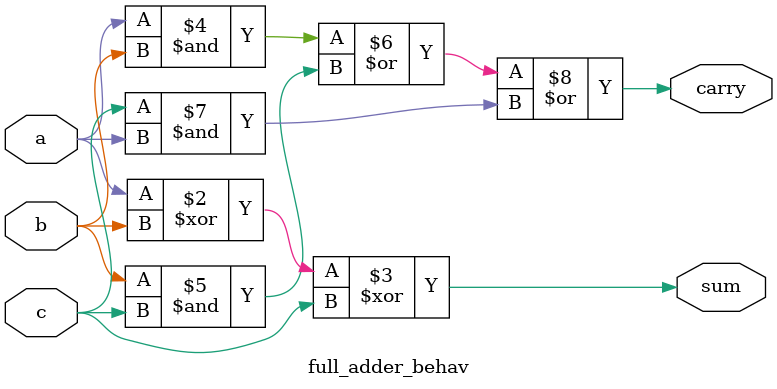
<source format=v>
`timescale 1ns / 1ps


module full_adder_behav(
input a,
input b,
input c,
output reg sum,
output reg carry
    );
always @(*) begin
sum = a^b^c;
carry = (a&b)|(b&c)|(c&a);

end
endmodule

</source>
